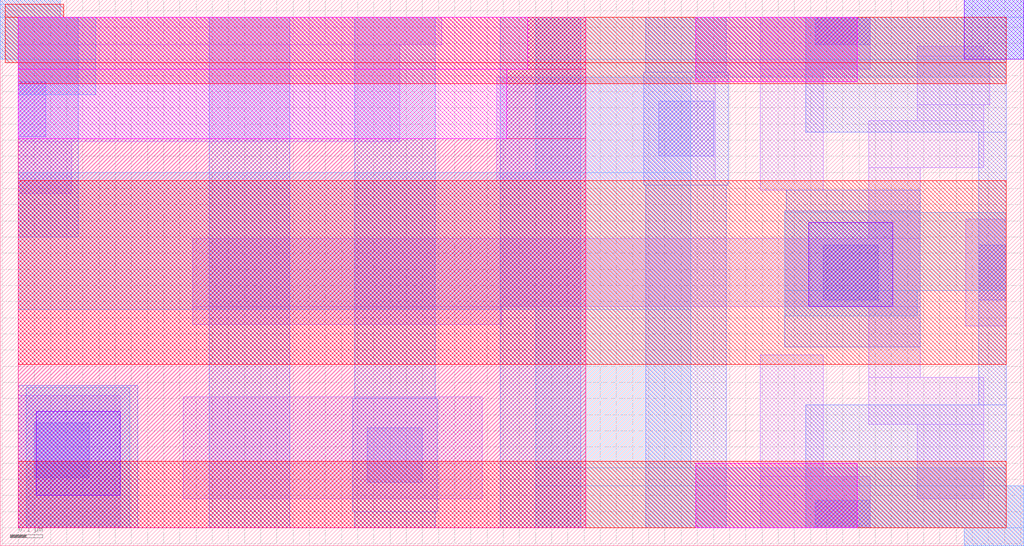
<source format=lef>
# Copyright 2020 The SkyWater PDK Authors
#
# Licensed under the Apache License, Version 2.0 (the "License");
# you may not use this file except in compliance with the License.
# You may obtain a copy of the License at
#
#     https://www.apache.org/licenses/LICENSE-2.0
#
# Unless required by applicable law or agreed to in writing, software
# distributed under the License is distributed on an "AS IS" BASIS,
# WITHOUT WARRANTIES OR CONDITIONS OF ANY KIND, either express or implied.
# See the License for the specific language governing permissions and
# limitations under the License.
#
# SPDX-License-Identifier: Apache-2.0

VERSION 5.7 ;
  NOWIREEXTENSIONATPIN ON ;
  DIVIDERCHAR "/" ;
  BUSBITCHARS "[]" ;
MACRO sky130_fd_bd_sram__sram_dp_swldrv_opt2c
  CLASS BLOCK ;
  FOREIGN sky130_fd_bd_sram__sram_dp_swldrv_opt2c ;
  ORIGIN  0.055000  0.055000 ;
  SIZE  3.165000 BY  1.690000 ;
  OBS
    LAYER li1 ;
      RECT 0.000000 0.000000 0.315000 0.410000 ;
      RECT 0.000000 1.035000 0.165000 1.195000 ;
      RECT 0.000000 1.195000 1.180000 1.495000 ;
      RECT 0.000000 1.495000 1.310000 1.580000 ;
      RECT 0.510000 0.090000 1.435000 0.405000 ;
      RECT 0.540000 0.630000 1.495000 0.685000 ;
      RECT 0.540000 0.685000 2.790000 0.895000 ;
      RECT 1.480000 1.075000 2.155000 1.395000 ;
      RECT 2.295000 0.000000 2.635000 0.160000 ;
      RECT 2.295000 0.160000 2.490000 0.535000 ;
      RECT 2.295000 1.045000 2.490000 1.420000 ;
      RECT 2.295000 1.420000 2.635000 1.580000 ;
      RECT 2.630000 0.320000 2.985000 0.465000 ;
      RECT 2.630000 0.465000 2.790000 0.685000 ;
      RECT 2.630000 0.895000 2.790000 1.115000 ;
      RECT 2.630000 1.115000 2.985000 1.260000 ;
      RECT 2.780000 0.090000 2.985000 0.320000 ;
      RECT 2.780000 1.260000 2.985000 1.310000 ;
      RECT 2.780000 1.310000 3.005000 1.460000 ;
      RECT 2.780000 1.460000 2.985000 1.490000 ;
      RECT 2.930000 0.625000 3.055000 0.955000 ;
    LAYER mcon ;
      RECT 0.000000 1.210000 0.085000 1.380000 ;
      RECT 0.050000 0.155000 0.220000 0.325000 ;
      RECT 1.080000 0.140000 1.250000 0.310000 ;
      RECT 1.980000 1.150000 2.150000 1.320000 ;
      RECT 2.465000 0.000000 2.635000 0.085000 ;
      RECT 2.465000 1.495000 2.635000 1.580000 ;
      RECT 2.490000 0.705000 2.660000 0.875000 ;
      RECT 2.970000 0.705000 3.055000 0.875000 ;
    LAYER met1 ;
      RECT -0.055000  1.450000 0.185000 1.580000 ;
      RECT -0.055000  1.580000 0.130000 1.635000 ;
      RECT  0.000000  0.000000 0.370000 0.440000 ;
      RECT  0.000000  0.900000 0.185000 1.450000 ;
      RECT  0.590000  0.000000 0.840000 1.580000 ;
      RECT  1.035000  0.050000 1.295000 0.400000 ;
      RECT  1.040000  0.000000 1.290000 0.050000 ;
      RECT  1.040000  0.400000 1.290000 1.580000 ;
      RECT  1.490000  0.000000 1.740000 1.580000 ;
      RECT  1.935000  1.060000 2.195000 1.410000 ;
      RECT  1.940000  0.000000 2.190000 1.060000 ;
      RECT  1.940000  1.410000 2.190000 1.580000 ;
      RECT  2.370000  0.560000 2.790000 0.980000 ;
      RECT  2.375000  0.980000 2.790000 1.045000 ;
      RECT  2.435000  0.000000 3.110000 0.130000 ;
      RECT  2.435000  0.130000 3.055000 0.380000 ;
      RECT  2.435000  1.225000 3.055000 1.450000 ;
      RECT  2.435000  1.450000 3.110000 1.580000 ;
      RECT  2.925000 -0.055000 3.110000 0.000000 ;
      RECT  2.925000  1.580000 3.110000 1.635000 ;
      RECT  2.970000  0.380000 3.055000 1.225000 ;
    LAYER met2 ;
      RECT -0.055000  1.450000 0.240000 1.580000 ;
      RECT -0.055000  1.580000 0.140000 1.620000 ;
      RECT -0.055000  1.620000 0.130000 1.635000 ;
      RECT -0.040000  1.440000 0.240000 1.450000 ;
      RECT  0.000000  0.675000 2.080000 1.100000 ;
      RECT  0.000000  1.340000 0.240000 1.440000 ;
      RECT  0.025000  0.000000 0.345000 0.435000 ;
      RECT  1.600000  0.000000 3.110000 0.130000 ;
      RECT  1.600000  0.130000 3.055000 0.185000 ;
      RECT  1.600000  0.185000 2.080000 0.675000 ;
      RECT  1.600000  1.100000 2.080000 1.395000 ;
      RECT  1.600000  1.395000 3.055000 1.450000 ;
      RECT  1.600000  1.450000 3.110000 1.580000 ;
      RECT  2.370000  0.655000 2.780000 0.735000 ;
      RECT  2.370000  0.735000 3.055000 0.975000 ;
      RECT  2.925000 -0.055000 3.110000 0.000000 ;
      RECT  2.925000  1.580000 3.110000 1.635000 ;
    LAYER met3 ;
      RECT -0.040000 1.440000 3.055000 1.580000 ;
      RECT -0.040000 1.580000 0.140000 1.620000 ;
      RECT  0.000000 0.000000 3.055000 0.205000 ;
      RECT  0.000000 0.505000 3.055000 1.075000 ;
      RECT  0.000000 1.375000 3.055000 1.440000 ;
    LAYER nwell ;
      RECT 0.000000 0.000000 1.755000 1.205000 ;
    LAYER nwell ;
      RECT 1.510000 1.205000 1.755000 1.420000 ;
    LAYER nwell ;
      RECT 1.575000 1.420000 1.755000 1.580000 ;
    LAYER pwell ;
      RECT 0.000000 1.205000 1.510000 1.420000 ;
    LAYER pwell ;
      RECT 0.000000 1.420000 1.575000 1.580000 ;
    LAYER pwell ;
      RECT 2.095000 0.000000 2.595000 0.200000 ;
    LAYER pwell ;
      RECT 2.095000 1.380000 2.595000 1.580000 ;
    LAYER via ;
      RECT 0.055000 0.100000 0.315000 0.360000 ;
      RECT 2.445000 0.685000 2.705000 0.945000 ;
      RECT 2.925000 1.450000 3.110000 1.635000 ;
  END
END sky130_fd_bd_sram__sram_dp_swldrv_opt2c
END LIBRARY

</source>
